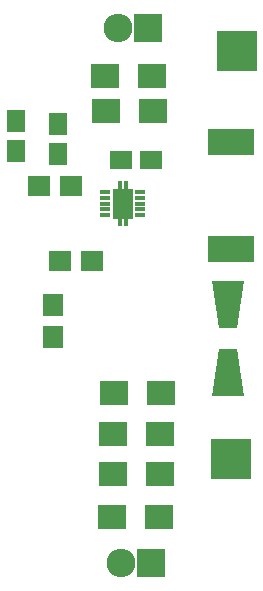
<source format=gbr>
G04 #@! TF.FileFunction,Soldermask,Top*
%FSLAX46Y46*%
G04 Gerber Fmt 4.6, Leading zero omitted, Abs format (unit mm)*
G04 Created by KiCad (PCBNEW 0.201509151501+6198~30~ubuntu14.04.1-product) date Wed 04 Nov 2015 10:21:58 PM EST*
%MOMM*%
G01*
G04 APERTURE LIST*
%ADD10C,0.100000*%
%ADD11R,2.400000X2.000000*%
%ADD12R,1.900000X1.650000*%
%ADD13R,1.650000X1.900000*%
%ADD14R,4.000000X2.200000*%
%ADD15R,2.432000X2.432000*%
%ADD16O,2.432000X2.432000*%
%ADD17R,1.900000X1.700000*%
%ADD18R,1.700000X1.900000*%
%ADD19R,3.399740X3.399740*%
%ADD20C,0.501600*%
%ADD21O,0.951600X0.381600*%
%ADD22R,1.751600X2.501600*%
%ADD23R,0.381600X0.801600*%
G04 APERTURE END LIST*
D10*
D11*
X121893080Y-61605160D03*
X117893080Y-61605160D03*
X121937280Y-64582040D03*
X117937280Y-64582040D03*
D12*
X121747600Y-68686680D03*
X119247600Y-68686680D03*
D13*
X113863120Y-68184400D03*
X113863120Y-65684400D03*
X110342680Y-67915160D03*
X110342680Y-65415160D03*
D11*
X122633240Y-88402160D03*
X118633240Y-88402160D03*
X122546880Y-91887040D03*
X118546880Y-91887040D03*
X122538240Y-95260160D03*
X118538240Y-95260160D03*
X122465600Y-98907600D03*
X118465600Y-98907600D03*
D10*
G36*
X129619350Y-88721540D02*
X126920650Y-88721540D01*
X127520090Y-84719820D01*
X129019910Y-84719820D01*
X129619350Y-88721540D01*
X129619350Y-88721540D01*
G37*
G36*
X126920650Y-78918460D02*
X129619350Y-78918460D01*
X129019910Y-82920180D01*
X127520090Y-82920180D01*
X126920650Y-78918460D01*
X126920650Y-78918460D01*
G37*
D14*
X128524000Y-67200000D03*
X128524000Y-76200000D03*
D15*
X121498360Y-57561480D03*
D16*
X118958360Y-57561480D03*
D15*
X121762520Y-102788720D03*
D16*
X119222520Y-102788720D03*
D17*
X115023880Y-70891400D03*
X112323880Y-70891400D03*
X116737120Y-77282040D03*
X114037120Y-77282040D03*
D18*
X113441480Y-80956160D03*
X113441480Y-83656160D03*
D19*
X129032000Y-59436000D03*
X128524000Y-93980000D03*
D20*
X119380000Y-72390000D03*
D21*
X117905000Y-71390000D03*
X117905000Y-71890000D03*
X117905000Y-72390000D03*
X117905000Y-72890000D03*
X117905000Y-73390000D03*
X120855000Y-73390000D03*
X120855000Y-72890000D03*
X120855000Y-72390000D03*
X120855000Y-71890000D03*
X120855000Y-71390000D03*
D22*
X119380000Y-72390000D03*
D23*
X119630000Y-70840000D03*
X119130000Y-70840000D03*
X119630000Y-73940000D03*
X119130000Y-73940000D03*
M02*

</source>
